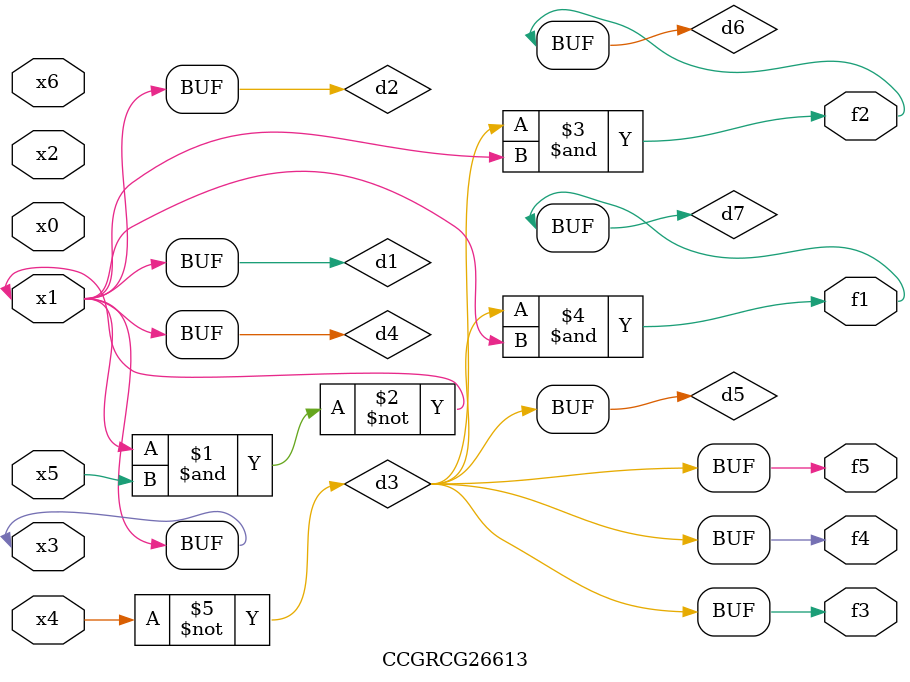
<source format=v>
module CCGRCG26613(
	input x0, x1, x2, x3, x4, x5, x6,
	output f1, f2, f3, f4, f5
);

	wire d1, d2, d3, d4, d5, d6, d7;

	buf (d1, x1, x3);
	nand (d2, x1, x5);
	not (d3, x4);
	buf (d4, d1, d2);
	buf (d5, d3);
	and (d6, d3, d4);
	and (d7, d3, d4);
	assign f1 = d7;
	assign f2 = d6;
	assign f3 = d5;
	assign f4 = d5;
	assign f5 = d5;
endmodule

</source>
